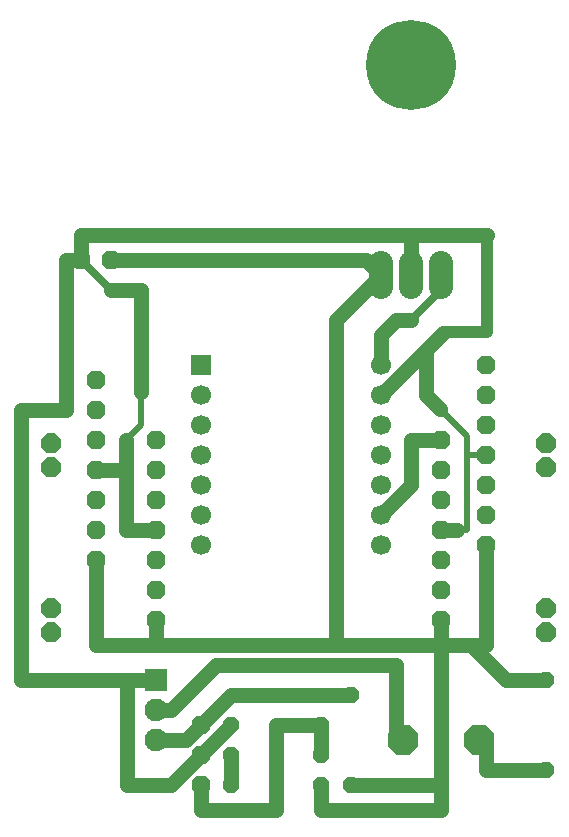
<source format=gbr>
%TF.GenerationSoftware,KiCad,Pcbnew,7.0.9*%
%TF.CreationDate,2023-11-20T12:16:38-05:00*%
%TF.ProjectId,uTerreSoRo_v4.1_bigger_pads_RSC,75546572-7265-4536-9f52-6f5f76342e31,rev?*%
%TF.SameCoordinates,Original*%
%TF.FileFunction,Copper,L1,Top*%
%TF.FilePolarity,Positive*%
%FSLAX46Y46*%
G04 Gerber Fmt 4.6, Leading zero omitted, Abs format (unit mm)*
G04 Created by KiCad (PCBNEW 7.0.9) date 2023-11-20 12:16:38*
%MOMM*%
%LPD*%
G01*
G04 APERTURE LIST*
G04 Aperture macros list*
%AMOutline5P*
0 Free polygon, 5 corners , with rotation*
0 The origin of the aperture is its center*
0 number of corners: always 5*
0 $1 to $10 corner X, Y*
0 $11 Rotation angle, in degrees counterclockwise*
0 create outline with 5 corners*
4,1,5,$1,$2,$3,$4,$5,$6,$7,$8,$9,$10,$1,$2,$11*%
%AMOutline6P*
0 Free polygon, 6 corners , with rotation*
0 The origin of the aperture is its center*
0 number of corners: always 6*
0 $1 to $12 corner X, Y*
0 $13 Rotation angle, in degrees counterclockwise*
0 create outline with 6 corners*
4,1,6,$1,$2,$3,$4,$5,$6,$7,$8,$9,$10,$11,$12,$1,$2,$13*%
%AMOutline7P*
0 Free polygon, 7 corners , with rotation*
0 The origin of the aperture is its center*
0 number of corners: always 7*
0 $1 to $14 corner X, Y*
0 $15 Rotation angle, in degrees counterclockwise*
0 create outline with 7 corners*
4,1,7,$1,$2,$3,$4,$5,$6,$7,$8,$9,$10,$11,$12,$13,$14,$1,$2,$15*%
%AMOutline8P*
0 Free polygon, 8 corners , with rotation*
0 The origin of the aperture is its center*
0 number of corners: always 8*
0 $1 to $16 corner X, Y*
0 $17 Rotation angle, in degrees counterclockwise*
0 create outline with 8 corners*
4,1,8,$1,$2,$3,$4,$5,$6,$7,$8,$9,$10,$11,$12,$13,$14,$15,$16,$1,$2,$17*%
G04 Aperture macros list end*
%TA.AperFunction,ComponentPad*%
%ADD10Outline8P,-0.800100X0.331412X-0.331412X0.800100X0.331412X0.800100X0.800100X0.331412X0.800100X-0.331412X0.331412X-0.800100X-0.331412X-0.800100X-0.800100X-0.331412X0.000000*%
%TD*%
%TA.AperFunction,ComponentPad*%
%ADD11C,7.620000*%
%TD*%
%TA.AperFunction,ComponentPad*%
%ADD12O,2.032000X4.064000*%
%TD*%
%TA.AperFunction,ComponentPad*%
%ADD13Outline8P,-0.660400X0.273547X-0.273547X0.660400X0.273547X0.660400X0.660400X0.273547X0.660400X-0.273547X0.273547X-0.660400X-0.273547X-0.660400X-0.660400X-0.273547X0.000000*%
%TD*%
%TA.AperFunction,ComponentPad*%
%ADD14C,1.700000*%
%TD*%
%TA.AperFunction,ComponentPad*%
%ADD15R,1.700000X1.700000*%
%TD*%
%TA.AperFunction,ComponentPad*%
%ADD16Outline8P,-0.660400X0.273547X-0.273547X0.660400X0.273547X0.660400X0.660400X0.273547X0.660400X-0.273547X0.273547X-0.660400X-0.273547X-0.660400X-0.660400X-0.273547X180.000000*%
%TD*%
%TA.AperFunction,ComponentPad*%
%ADD17Outline8P,-0.660400X0.273547X-0.273547X0.660400X0.273547X0.660400X0.660400X0.273547X0.660400X-0.273547X0.273547X-0.660400X-0.273547X-0.660400X-0.660400X-0.273547X270.000000*%
%TD*%
%TA.AperFunction,ComponentPad*%
%ADD18Outline8P,-0.838200X0.347194X-0.347194X0.838200X0.347194X0.838200X0.838200X0.347194X0.838200X-0.347194X0.347194X-0.838200X-0.347194X-0.838200X-0.838200X-0.347194X90.000000*%
%TD*%
%TA.AperFunction,ComponentPad*%
%ADD19Outline8P,-0.660400X0.273547X-0.273547X0.660400X0.273547X0.660400X0.660400X0.273547X0.660400X-0.273547X0.273547X-0.660400X-0.273547X-0.660400X-0.660400X-0.273547X90.000000*%
%TD*%
%TA.AperFunction,ComponentPad*%
%ADD20Outline8P,-1.270000X0.526051X-0.526051X1.270000X0.526051X1.270000X1.270000X0.526051X1.270000X-0.526051X0.526051X-1.270000X-0.526051X-1.270000X-1.270000X-0.526051X0.000000*%
%TD*%
%TA.AperFunction,ComponentPad*%
%ADD21C,1.930400*%
%TD*%
%TA.AperFunction,ComponentPad*%
%ADD22R,1.930400X1.930400*%
%TD*%
%TA.AperFunction,Conductor*%
%ADD23C,0.700000*%
%TD*%
%TA.AperFunction,Conductor*%
%ADD24C,1.270000*%
%TD*%
%TA.AperFunction,Conductor*%
%ADD25C,1.000000*%
%TD*%
%TA.AperFunction,Conductor*%
%ADD26C,0.500000*%
%TD*%
G04 APERTURE END LIST*
D10*
%TO.P,PAD38,1*%
%TO.N,GND*%
X130721100Y-82778600D03*
%TD*%
%TO.P,PAD37,1*%
%TO.N,VCC*%
X133261100Y-82778600D03*
%TD*%
D11*
%TO.P,U2,HEAT*%
%TO.N,GND*%
X158661100Y-66268600D03*
D12*
%TO.P,U2,3*%
%TO.N,VCC5V*%
X161201100Y-84048600D03*
%TO.P,U2,2*%
%TO.N,GND*%
X158661100Y-84048600D03*
%TO.P,U2,1*%
%TO.N,VCC*%
X156121100Y-84048600D03*
%TD*%
D13*
%TO.P,R3,2*%
%TO.N,REFV*%
X151041100Y-124688600D03*
%TO.P,R3,1*%
%TO.N,SERIES*%
X143421100Y-124688600D03*
%TD*%
D14*
%TO.P,U1,14*%
%TO.N,VCC5V*%
X156121100Y-91668600D03*
%TO.P,U1,13*%
%TO.N,GND*%
X156121100Y-94208600D03*
%TO.P,U1,12*%
%TO.N,N/C*%
X156121100Y-96748600D03*
%TO.P,U1,11*%
%TO.N,IN7*%
X156121100Y-99288600D03*
%TO.P,U1,10*%
%TO.N,IN8*%
X156121100Y-101828600D03*
%TO.P,U1,9*%
%TO.N,IN5*%
X156121100Y-104368600D03*
%TO.P,U1,8*%
%TO.N,IN6*%
X156121100Y-106908600D03*
%TO.P,U1,7*%
%TO.N,N/C*%
X140881100Y-106908600D03*
%TO.P,U1,6*%
%TO.N,SCL*%
X140881100Y-104368600D03*
%TO.P,U1,5*%
%TO.N,SDA*%
X140881100Y-101828600D03*
%TO.P,U1,4*%
%TO.N,IN4*%
X140881100Y-99288600D03*
%TO.P,U1,3*%
%TO.N,IN3*%
X140881100Y-96748600D03*
%TO.P,U1,2*%
%TO.N,IN2*%
X140881100Y-94208600D03*
D15*
%TO.P,U1,1*%
%TO.N,IN1*%
X140881100Y-91668600D03*
%TD*%
D10*
%TO.P,PAD39,1*%
%TO.N,VOUT*%
X140881100Y-122148600D03*
%TD*%
%TO.P,PAD40,1*%
%TO.N,GND*%
X140881100Y-124688600D03*
%TD*%
%TO.P,PAD41,1*%
%TO.N,REFV*%
X140881100Y-127228600D03*
%TD*%
D16*
%TO.P,R1,2*%
%TO.N,GND*%
X143421100Y-122148600D03*
%TO.P,R1,1*%
%TO.N,REFV*%
X151041100Y-122148600D03*
%TD*%
D13*
%TO.P,R2,2*%
%TO.N,VCC*%
X151041100Y-127228600D03*
%TO.P,R2,1*%
%TO.N,SERIES*%
X143421100Y-127228600D03*
%TD*%
D17*
%TO.P,R4,2*%
%TO.N,VCC*%
X153581100Y-127228600D03*
%TO.P,R4,1*%
%TO.N,VOUT*%
X153581100Y-119608600D03*
%TD*%
D18*
%TO.P,P1,1*%
%TO.N,GNDM1*%
X128181100Y-98288600D03*
%TO.P,P1,2*%
%TO.N,VCCM1*%
X128181100Y-100288600D03*
%TD*%
%TO.P,P2,1*%
%TO.N,GNDM2*%
X128181100Y-112258600D03*
%TO.P,P2,2*%
%TO.N,VCCM2*%
X128181100Y-114258600D03*
%TD*%
%TO.P,P3,1*%
%TO.N,GNDM3*%
X170091100Y-112258600D03*
%TO.P,P3,2*%
%TO.N,VCCM3*%
X170091100Y-114258600D03*
%TD*%
%TO.P,P4,1*%
%TO.N,GNDM4*%
X170091100Y-98288600D03*
%TO.P,P4,2*%
%TO.N,VCCM4*%
X170091100Y-100288600D03*
%TD*%
D19*
%TO.P,R5,2*%
%TO.N,VCC*%
X170091100Y-118338600D03*
%TO.P,R5,1*%
%TO.N,BPOS*%
X170091100Y-125958600D03*
%TD*%
D20*
%TO.P,SP1,2*%
%TO.N,BPOS*%
X164452300Y-123418600D03*
%TO.P,SP1,1*%
%TO.N,DRAIN*%
X157949900Y-123418600D03*
%TD*%
D21*
%TO.P,Q1,3*%
%TO.N,VOUT*%
X137071100Y-123418600D03*
%TO.P,Q1,2*%
%TO.N,DRAIN*%
X137071100Y-120878600D03*
D22*
%TO.P,Q1,1*%
%TO.N,GND*%
X137071100Y-118338600D03*
%TD*%
D10*
%TO.P,PAD29,1*%
%TO.N,VCC*%
X131991100Y-108178600D03*
%TD*%
%TO.P,PAD30,1*%
%TO.N,N/C*%
X131991100Y-105638600D03*
%TD*%
%TO.P,PAD31,1*%
%TO.N,VCCM1*%
X131991100Y-103098600D03*
%TD*%
%TO.P,PAD32,1*%
%TO.N,GND*%
X131991100Y-100558600D03*
%TD*%
%TO.P,PAD33,1*%
%TO.N,GNDM1*%
X131991100Y-98018600D03*
%TD*%
%TO.P,PAD34,1*%
%TO.N,IN2*%
X131991100Y-95478600D03*
%TD*%
%TO.P,PAD35,1*%
%TO.N,IN1*%
X131991100Y-92938600D03*
%TD*%
%TO.P,PAD36,1*%
%TO.N,IN3*%
X137071100Y-98018600D03*
%TD*%
%TO.P,PAD42,1*%
%TO.N,IN4*%
X137071100Y-100558600D03*
%TD*%
%TO.P,PAD43,1*%
%TO.N,GNDM2*%
X137071100Y-103098600D03*
%TD*%
%TO.P,PAD44,1*%
%TO.N,GND*%
X137071100Y-105638600D03*
%TD*%
%TO.P,PAD45,1*%
%TO.N,VCCM2*%
X137071100Y-108178600D03*
%TD*%
%TO.P,PAD46,1*%
%TO.N,N/C*%
X137071100Y-110718600D03*
%TD*%
%TO.P,PAD47,1*%
%TO.N,VCC*%
X137071100Y-113258600D03*
%TD*%
%TO.P,PAD48,1*%
%TO.N,VCC*%
X161201100Y-113258600D03*
%TD*%
%TO.P,PAD49,1*%
%TO.N,N/C*%
X161201100Y-110718600D03*
%TD*%
%TO.P,PAD50,1*%
%TO.N,VCCM3*%
X161201100Y-108178600D03*
%TD*%
%TO.P,PAD51,1*%
%TO.N,GND*%
X161201100Y-105638600D03*
%TD*%
%TO.P,PAD52,1*%
%TO.N,GNDM3*%
X161201100Y-103098600D03*
%TD*%
%TO.P,PAD53,1*%
%TO.N,IN6*%
X161201100Y-100558600D03*
%TD*%
%TO.P,PAD54,1*%
%TO.N,IN5*%
X161201100Y-98018600D03*
%TD*%
%TO.P,PAD55,1*%
%TO.N,IN7*%
X165011100Y-91668600D03*
%TD*%
%TO.P,PAD56,1*%
%TO.N,IN8*%
X165011100Y-94208600D03*
%TD*%
%TO.P,PAD57,1*%
%TO.N,GNDM4*%
X165011100Y-96748600D03*
%TD*%
%TO.P,PAD58,1*%
%TO.N,GND*%
X165011100Y-99288600D03*
%TD*%
%TO.P,PAD59,1*%
%TO.N,VCCM4*%
X165011100Y-101828600D03*
%TD*%
%TO.P,PAD60,1*%
%TO.N,N/C*%
X165011100Y-104368600D03*
%TD*%
%TO.P,PAD61,1*%
%TO.N,VCC*%
X165011100Y-106908600D03*
%TD*%
D23*
%TO.N,VCC5V*%
X161201100Y-84048600D02*
X161201100Y-85318600D01*
%TO.N,GND*%
X130721100Y-82778600D02*
X133261100Y-85318600D01*
%TO.N,VCC5V*%
X158661100Y-87858600D02*
X161201100Y-85318600D01*
D24*
%TO.N,GND*%
X158661100Y-80695800D02*
X165100000Y-80695800D01*
D25*
X165100000Y-88900000D02*
X165100000Y-80695800D01*
X161429700Y-88900000D02*
X165100000Y-88900000D01*
X161353500Y-88976200D02*
X161429700Y-88900000D01*
D26*
X135801100Y-96748600D02*
X135801100Y-93980000D01*
D24*
X135801100Y-85318600D02*
X135801100Y-93980000D01*
D26*
X134531100Y-98018600D02*
X135801100Y-96748600D01*
X163423600Y-105638600D02*
X162560000Y-105638600D01*
D24*
X161201100Y-105638600D02*
X162560000Y-105638600D01*
D26*
X163423600Y-97701100D02*
X161131250Y-95408750D01*
D24*
X161131250Y-95408750D02*
X159931100Y-94208600D01*
D26*
X163423600Y-99288600D02*
X165011100Y-99288600D01*
X163423600Y-99288600D02*
X163423600Y-97701100D01*
X163423600Y-101600000D02*
X163423600Y-105638600D01*
X163423600Y-99288600D02*
X163423600Y-101600000D01*
X163423600Y-105638600D02*
X163423600Y-97701100D01*
D24*
X133261100Y-85318600D02*
X135801100Y-85318600D01*
X129451100Y-82778600D02*
X130721100Y-82778600D01*
X130721100Y-82778600D02*
X130721100Y-80695800D01*
X129451100Y-95478600D02*
X129451100Y-82778600D01*
%TO.N,VCC*%
X133261100Y-82778600D02*
X154851100Y-82778600D01*
%TO.N,GND*%
X134620000Y-127228600D02*
X134620000Y-118338600D01*
X138341100Y-127228600D02*
X134620000Y-127228600D01*
X140881100Y-124688600D02*
X138341100Y-127228600D01*
X134620000Y-118338600D02*
X131991100Y-118338600D01*
%TO.N,DRAIN*%
X138341100Y-120878600D02*
X137071100Y-120878600D01*
X142151100Y-117068600D02*
X138341100Y-120878600D01*
X157391100Y-117068600D02*
X142151100Y-117068600D01*
X157391100Y-122859800D02*
X157391100Y-117068600D01*
X157949900Y-123418600D02*
X157391100Y-122859800D01*
%TO.N,BPOS*%
X165011100Y-125958600D02*
X170091100Y-125958600D01*
X165011100Y-123977400D02*
X165011100Y-125958600D01*
X164452300Y-123418600D02*
X165011100Y-123977400D01*
%TO.N,SERIES*%
X143421100Y-124688600D02*
X143421100Y-127228600D01*
%TO.N,REFV*%
X147231100Y-122148600D02*
X151041100Y-122148600D01*
X147231100Y-129311400D02*
X147231100Y-122148600D01*
X140881100Y-129311400D02*
X147231100Y-129311400D01*
X140881100Y-127228600D02*
X140881100Y-129311400D01*
X151041100Y-122148600D02*
X151041100Y-124688600D01*
%TO.N,VOUT*%
X139611100Y-123418600D02*
X140881100Y-122148600D01*
X137071100Y-123418600D02*
X139611100Y-123418600D01*
X143421100Y-119608600D02*
X140881100Y-122148600D01*
X153581100Y-119608600D02*
X143421100Y-119608600D01*
%TO.N,VCC5V*%
X157391100Y-87858600D02*
X158661100Y-87858600D01*
X156121100Y-89128600D02*
X157391100Y-87858600D01*
X156121100Y-91668600D02*
X156121100Y-89128600D01*
%TO.N,IN5*%
X158661100Y-98018600D02*
X161201100Y-98018600D01*
X158661100Y-101828600D02*
X158661100Y-98018600D01*
X156121100Y-104368600D02*
X158661100Y-101828600D01*
%TO.N,VCC*%
X165011100Y-106908600D02*
X165011100Y-115341400D01*
X161201100Y-113258600D02*
X161201100Y-115341400D01*
X137071100Y-113258600D02*
X137071100Y-115341400D01*
X131991100Y-108178600D02*
X131991100Y-115341400D01*
X161201100Y-127228600D02*
X153581100Y-127228600D01*
X151041100Y-129311400D02*
X151041100Y-127228600D01*
X161201100Y-129311400D02*
X151041100Y-129311400D01*
X161201100Y-127228600D02*
X161201100Y-129311400D01*
X161201100Y-115341400D02*
X161201100Y-127228600D01*
X154851100Y-82778600D02*
X156121100Y-84048600D01*
X166738300Y-118338600D02*
X163741100Y-115341400D01*
X170091100Y-118338600D02*
X166738300Y-118338600D01*
X152311100Y-115341400D02*
X152311100Y-87858600D01*
X165011100Y-115341400D02*
X163741100Y-115341400D01*
X161201100Y-115341400D02*
X163741100Y-115341400D01*
X152311100Y-115341400D02*
X161201100Y-115341400D01*
X137071100Y-115341400D02*
X131991100Y-115341400D01*
X152311100Y-115341400D02*
X137071100Y-115341400D01*
X152311100Y-87858600D02*
X156121100Y-84048600D01*
%TO.N,GND*%
X134531100Y-105638600D02*
X134531100Y-100558600D01*
X137071100Y-105638600D02*
X134531100Y-105638600D01*
X131991100Y-100558600D02*
X134531100Y-100558600D01*
X125641100Y-95478600D02*
X129451100Y-95478600D01*
X125641100Y-118338600D02*
X125641100Y-95478600D01*
X143421100Y-122148600D02*
X140881100Y-124688600D01*
X131991100Y-118338600D02*
X125641100Y-118338600D01*
X137071100Y-118338600D02*
X131991100Y-118338600D01*
X159931100Y-90398600D02*
X161353500Y-88976200D01*
X159931100Y-94208600D02*
X159931100Y-90398600D01*
X156121100Y-94208600D02*
X159931100Y-90398600D01*
X158661100Y-80695800D02*
X158661100Y-84048600D01*
X130721100Y-80695800D02*
X158661100Y-80695800D01*
X134531100Y-100558600D02*
X134531100Y-98018600D01*
%TD*%
M02*

</source>
